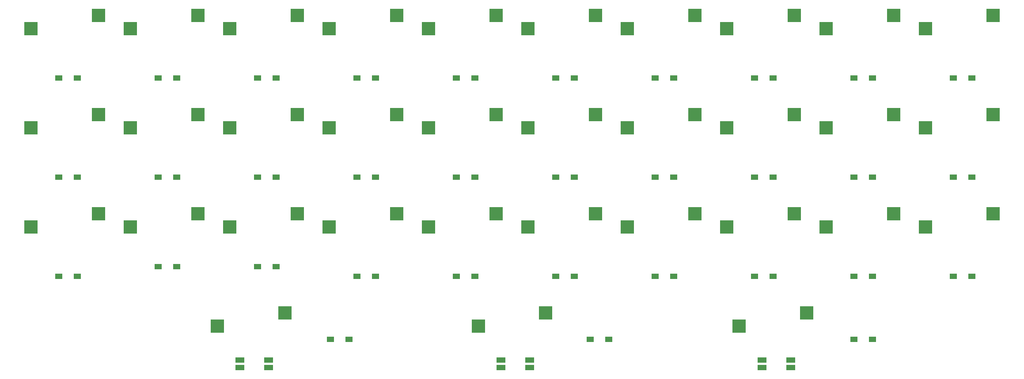
<source format=gbp>
%TF.GenerationSoftware,KiCad,Pcbnew,7.0.2-0*%
%TF.CreationDate,2023-06-01T09:18:08+08:00*%
%TF.ProjectId,Anya,416e7961-2e6b-4696-9361-645f70636258,2*%
%TF.SameCoordinates,PX917e180PY435cdf8*%
%TF.FileFunction,Paste,Bot*%
%TF.FilePolarity,Positive*%
%FSLAX46Y46*%
G04 Gerber Fmt 4.6, Leading zero omitted, Abs format (unit mm)*
G04 Created by KiCad (PCBNEW 7.0.2-0) date 2023-06-01 09:18:08*
%MOMM*%
%LPD*%
G01*
G04 APERTURE LIST*
%ADD10R,2.550000X2.500000*%
%ADD11R,1.400000X1.000000*%
%ADD12R,1.700000X1.000000*%
G04 APERTURE END LIST*
D10*
%TO.C,SW29*%
X59590000Y-6985000D03*
X72517000Y-4445000D03*
%TD*%
%TO.C,SW13*%
X-54710000Y12065000D03*
X-41783000Y14605000D03*
%TD*%
%TO.C,SW27*%
X21490000Y-6985000D03*
X34417000Y-4445000D03*
%TD*%
%TO.C,SW24*%
X-35660000Y-6985000D03*
X-22733000Y-4445000D03*
%TD*%
%TO.C,SW8*%
X40540000Y31115000D03*
X53467000Y33655000D03*
%TD*%
%TO.C,SW15*%
X-16610000Y12065000D03*
X-3683000Y14605000D03*
%TD*%
%TO.C,SW1*%
X-92810000Y31115000D03*
X-79883000Y33655000D03*
%TD*%
%TO.C,SW6*%
X2440000Y31115000D03*
X15367000Y33655000D03*
%TD*%
%TO.C,SW2*%
X-73760000Y31115000D03*
X-60833000Y33655000D03*
%TD*%
%TO.C,SW7*%
X21490000Y31115000D03*
X34417000Y33655000D03*
%TD*%
%TO.C,SW26*%
X2440000Y-6985000D03*
X15367000Y-4445000D03*
%TD*%
%TO.C,SW3*%
X-54710000Y31115000D03*
X-41783000Y33655000D03*
%TD*%
%TO.C,SW21*%
X-92810000Y-6985000D03*
X-79883000Y-4445000D03*
%TD*%
%TO.C,SW12*%
X-73760000Y12065000D03*
X-60833000Y14605000D03*
%TD*%
%TO.C,SW31*%
X-57091250Y-26035000D03*
X-44164250Y-23495000D03*
%TD*%
%TO.C,SW23*%
X-54710000Y-6985000D03*
X-41783000Y-4445000D03*
%TD*%
%TO.C,SW10*%
X78640000Y31115000D03*
X91567000Y33655000D03*
%TD*%
%TO.C,SW17*%
X21490000Y12065000D03*
X34417000Y14605000D03*
%TD*%
%TO.C,SW4*%
X-35660000Y31115000D03*
X-22733000Y33655000D03*
%TD*%
%TO.C,SW14*%
X-35660000Y12065000D03*
X-22733000Y14605000D03*
%TD*%
%TO.C,SW20*%
X78640000Y12065000D03*
X91567000Y14605000D03*
%TD*%
%TO.C,SW9*%
X59590000Y31115000D03*
X72517000Y33655000D03*
%TD*%
%TO.C,SW30*%
X78640000Y-6985000D03*
X91567000Y-4445000D03*
%TD*%
%TO.C,SW33*%
X42921250Y-26035000D03*
X55848250Y-23495000D03*
%TD*%
%TO.C,SW25*%
X-16610000Y-6985000D03*
X-3683000Y-4445000D03*
%TD*%
%TO.C,SW5*%
X-16610000Y31115000D03*
X-3683000Y33655000D03*
%TD*%
%TO.C,SW19*%
X59590000Y12065000D03*
X72517000Y14605000D03*
%TD*%
%TO.C,SW11*%
X-92810000Y12065000D03*
X-79883000Y14605000D03*
%TD*%
%TO.C,SW32*%
X-7085000Y-26035000D03*
X5842000Y-23495000D03*
%TD*%
%TO.C,SW28*%
X40540000Y-6985000D03*
X53467000Y-4445000D03*
%TD*%
%TO.C,SW16*%
X2440000Y12065000D03*
X15367000Y14605000D03*
%TD*%
%TO.C,SW18*%
X40540000Y12065000D03*
X53467000Y14605000D03*
%TD*%
%TO.C,SW22*%
X-73760000Y-6985000D03*
X-60833000Y-4445000D03*
%TD*%
D11*
%TO.C,D20*%
X87500000Y2540000D03*
X83950000Y2540000D03*
%TD*%
%TO.C,D12*%
X-64900000Y2540000D03*
X-68450000Y2540000D03*
%TD*%
D12*
%TO.C,LED1*%
X-47256250Y-33975000D03*
X-47256250Y-32575000D03*
X-52756250Y-32575000D03*
X-52756250Y-33975000D03*
%TD*%
D11*
%TO.C,D7*%
X30350000Y21590000D03*
X26800000Y21590000D03*
%TD*%
%TO.C,D14*%
X-26800000Y2540000D03*
X-30350000Y2540000D03*
%TD*%
%TO.C,D30*%
X87500000Y-16510000D03*
X83950000Y-16510000D03*
%TD*%
%TO.C,D23*%
X-45850000Y-14605000D03*
X-49400000Y-14605000D03*
%TD*%
%TO.C,D13*%
X-45850000Y2540000D03*
X-49400000Y2540000D03*
%TD*%
%TO.C,D32*%
X17920000Y-28575000D03*
X14370000Y-28575000D03*
%TD*%
%TO.C,D10*%
X87500000Y21590000D03*
X83950000Y21590000D03*
%TD*%
%TO.C,D19*%
X68450000Y2540000D03*
X64900000Y2540000D03*
%TD*%
%TO.C,D9*%
X68450000Y21590000D03*
X64900000Y21590000D03*
%TD*%
%TO.C,D28*%
X49400000Y-16510000D03*
X45850000Y-16510000D03*
%TD*%
%TO.C,D33*%
X68450000Y-28575000D03*
X64900000Y-28575000D03*
%TD*%
%TO.C,D6*%
X11300000Y21590000D03*
X7750000Y21590000D03*
%TD*%
%TO.C,D5*%
X-7750000Y21590000D03*
X-11300000Y21590000D03*
%TD*%
%TO.C,D16*%
X11300000Y2540000D03*
X7750000Y2540000D03*
%TD*%
%TO.C,D11*%
X-83950000Y2540000D03*
X-87500000Y2540000D03*
%TD*%
%TO.C,D4*%
X-26800000Y21590000D03*
X-30350000Y21590000D03*
%TD*%
%TO.C,D15*%
X-7750000Y2540000D03*
X-11300000Y2540000D03*
%TD*%
%TO.C,D29*%
X68450000Y-16510000D03*
X64900000Y-16510000D03*
%TD*%
%TO.C,D26*%
X11300000Y-16510000D03*
X7750000Y-16510000D03*
%TD*%
%TO.C,D31*%
X-31880000Y-28575000D03*
X-35430000Y-28575000D03*
%TD*%
%TO.C,D25*%
X-7750000Y-16510000D03*
X-11300000Y-16510000D03*
%TD*%
%TO.C,D1*%
X-83950000Y21590000D03*
X-87500000Y21590000D03*
%TD*%
%TO.C,D3*%
X-45850000Y21590000D03*
X-49400000Y21590000D03*
%TD*%
%TO.C,D8*%
X49400000Y21590000D03*
X45850000Y21590000D03*
%TD*%
%TO.C,D27*%
X30350000Y-16510000D03*
X26800000Y-16510000D03*
%TD*%
%TO.C,D2*%
X-64900000Y21590000D03*
X-68450000Y21590000D03*
%TD*%
%TO.C,D24*%
X-26800000Y-16510000D03*
X-30350000Y-16510000D03*
%TD*%
D12*
%TO.C,LED2*%
X2750000Y-33975000D03*
X2750000Y-32575000D03*
X-2750000Y-32575000D03*
X-2750000Y-33975000D03*
%TD*%
D11*
%TO.C,D22*%
X-64900000Y-14605000D03*
X-68450000Y-14605000D03*
%TD*%
%TO.C,D21*%
X-83950000Y-16510000D03*
X-87500000Y-16510000D03*
%TD*%
D12*
%TO.C,LED3*%
X52756250Y-33975000D03*
X52756250Y-32575000D03*
X47256250Y-32575000D03*
X47256250Y-33975000D03*
%TD*%
D11*
%TO.C,D18*%
X49400000Y2540000D03*
X45850000Y2540000D03*
%TD*%
%TO.C,D17*%
X30350000Y2540000D03*
X26800000Y2540000D03*
%TD*%
M02*

</source>
